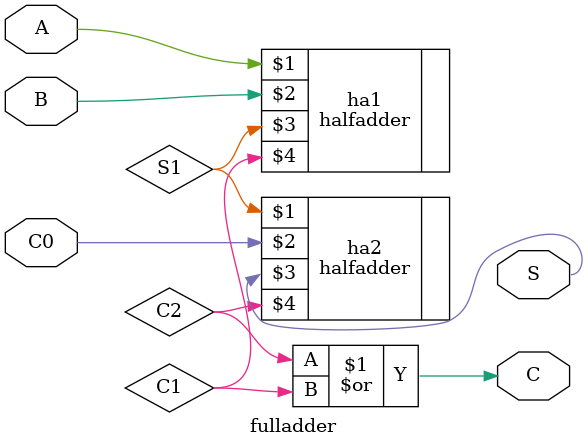
<source format=v>
module fulladder(
    input A, B, C0,
    output S, C
);

wire S1,C1,C2;

halfadder ha1(A, B, S1, C1);
halfadder ha2(S1, C0, S, C2);

or (C, C2, C1);

endmodule
</source>
